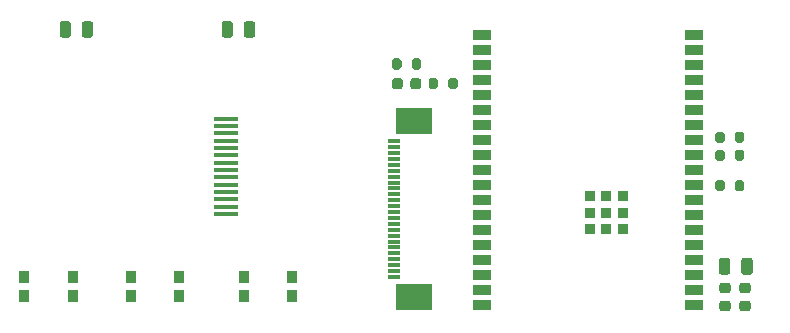
<source format=gbr>
%TF.GenerationSoftware,KiCad,Pcbnew,(5.1.8)-1*%
%TF.CreationDate,2021-06-20T20:47:25+01:00*%
%TF.ProjectId,schem_1,73636865-6d5f-4312-9e6b-696361645f70,rev?*%
%TF.SameCoordinates,Original*%
%TF.FileFunction,Paste,Top*%
%TF.FilePolarity,Positive*%
%FSLAX45Y45*%
G04 Gerber Fmt 4.5, Leading zero omitted, Abs format (unit mm)*
G04 Created by KiCad (PCBNEW (5.1.8)-1) date 2021-06-20 20:47:25*
%MOMM*%
%LPD*%
G01*
G04 APERTURE LIST*
%ADD10R,0.900000X0.900000*%
%ADD11R,1.500000X0.900000*%
%ADD12R,2.000000X0.320000*%
%ADD13R,1.100000X0.300000*%
%ADD14R,3.100000X2.300000*%
%ADD15R,0.900000X1.000000*%
G04 APERTURE END LIST*
D10*
%TO.C,U1*%
X11147688Y-1372526D03*
X11427688Y-1372526D03*
X11287688Y-1372526D03*
X11287688Y-1512526D03*
X11147688Y-1512526D03*
X11427688Y-1512526D03*
X11147688Y-1652526D03*
X11287688Y-1652526D03*
X11427688Y-1652526D03*
D11*
X10234748Y-643246D03*
X10234748Y-770246D03*
X10234748Y-897246D03*
X10234748Y-1024246D03*
X10234748Y-1151246D03*
X10234748Y-1278246D03*
X10234748Y-1405246D03*
X10234748Y-1532246D03*
X10234748Y-1659246D03*
X10234748Y-1786246D03*
X10234748Y-1913246D03*
X10234748Y-2040246D03*
X10234748Y-2167246D03*
X10234748Y-2294246D03*
X10234748Y-516246D03*
X10234748Y-389246D03*
X10234748Y-262246D03*
X10234748Y-135246D03*
X10234748Y-8246D03*
X12035748Y-8246D03*
X12035748Y-135246D03*
X12035748Y-262246D03*
X12035748Y-389246D03*
X12035748Y-516246D03*
X12035748Y-643246D03*
X12035748Y-770246D03*
X12035748Y-897246D03*
X12035748Y-1024246D03*
X12035748Y-1151246D03*
X12035748Y-1278246D03*
X12035748Y-1405246D03*
X12035748Y-1532246D03*
X12035748Y-1659246D03*
X12035748Y-1786246D03*
X12035748Y-1913246D03*
X12035748Y-2040246D03*
X12035748Y-2167246D03*
X12035748Y-2294246D03*
%TD*%
D12*
%TO.C,U7*%
X8069180Y-714300D03*
X8069180Y-900300D03*
X8069180Y-962300D03*
X8069180Y-838300D03*
X8069180Y-776300D03*
X8069180Y-1024300D03*
X8069180Y-1086300D03*
X8069180Y-1148300D03*
X8069180Y-1210300D03*
X8069180Y-1272300D03*
X8069180Y-1334300D03*
X8069180Y-1396300D03*
X8069180Y-1458300D03*
X8069180Y-1520300D03*
%TD*%
D13*
%TO.C,J1*%
X9492548Y-2054846D03*
X9492548Y-2004846D03*
X9492548Y-1954846D03*
X9492548Y-1904846D03*
X9492548Y-1854846D03*
X9492548Y-1804846D03*
X9492548Y-1754846D03*
X9492548Y-1704846D03*
X9492548Y-1654846D03*
X9492548Y-1604846D03*
X9492548Y-1554846D03*
X9492548Y-1504846D03*
X9492548Y-1454846D03*
X9492548Y-1404846D03*
X9492548Y-1354846D03*
X9492548Y-1304846D03*
X9492548Y-1254846D03*
X9492548Y-1204846D03*
X9492548Y-1154846D03*
X9492548Y-1104846D03*
X9492548Y-1054846D03*
X9492548Y-1004846D03*
X9492548Y-954846D03*
X9492548Y-904846D03*
D14*
X9662548Y-2221846D03*
X9662548Y-737846D03*
%TD*%
%TO.C,R27*%
G36*
G01*
X12456698Y-1253286D02*
X12456698Y-1308286D01*
G75*
G02*
X12436698Y-1328286I-20000J0D01*
G01*
X12396698Y-1328286D01*
G75*
G02*
X12376698Y-1308286I0J20000D01*
G01*
X12376698Y-1253286D01*
G75*
G02*
X12396698Y-1233286I20000J0D01*
G01*
X12436698Y-1233286D01*
G75*
G02*
X12456698Y-1253286I0J-20000D01*
G01*
G37*
G36*
G01*
X12291698Y-1253286D02*
X12291698Y-1308286D01*
G75*
G02*
X12271698Y-1328286I-20000J0D01*
G01*
X12231698Y-1328286D01*
G75*
G02*
X12211698Y-1308286I0J20000D01*
G01*
X12211698Y-1253286D01*
G75*
G02*
X12231698Y-1233286I20000J0D01*
G01*
X12271698Y-1233286D01*
G75*
G02*
X12291698Y-1253286I0J-20000D01*
G01*
G37*
%TD*%
%TO.C,R7*%
G36*
G01*
X9784778Y-444686D02*
X9784778Y-389686D01*
G75*
G02*
X9804778Y-369686I20000J0D01*
G01*
X9844778Y-369686D01*
G75*
G02*
X9864778Y-389686I0J-20000D01*
G01*
X9864778Y-444686D01*
G75*
G02*
X9844778Y-464686I-20000J0D01*
G01*
X9804778Y-464686D01*
G75*
G02*
X9784778Y-444686I0J20000D01*
G01*
G37*
G36*
G01*
X9949778Y-444686D02*
X9949778Y-389686D01*
G75*
G02*
X9969778Y-369686I20000J0D01*
G01*
X10009778Y-369686D01*
G75*
G02*
X10029778Y-389686I0J-20000D01*
G01*
X10029778Y-444686D01*
G75*
G02*
X10009778Y-464686I-20000J0D01*
G01*
X9969778Y-464686D01*
G75*
G02*
X9949778Y-444686I0J20000D01*
G01*
G37*
%TD*%
%TO.C,R6*%
G36*
G01*
X9721148Y-223316D02*
X9721148Y-278316D01*
G75*
G02*
X9701148Y-298316I-20000J0D01*
G01*
X9661148Y-298316D01*
G75*
G02*
X9641148Y-278316I0J20000D01*
G01*
X9641148Y-223316D01*
G75*
G02*
X9661148Y-203316I20000J0D01*
G01*
X9701148Y-203316D01*
G75*
G02*
X9721148Y-223316I0J-20000D01*
G01*
G37*
G36*
G01*
X9556148Y-223316D02*
X9556148Y-278316D01*
G75*
G02*
X9536148Y-298316I-20000J0D01*
G01*
X9496148Y-298316D01*
G75*
G02*
X9476148Y-278316I0J20000D01*
G01*
X9476148Y-223316D01*
G75*
G02*
X9496148Y-203316I20000J0D01*
G01*
X9536148Y-203316D01*
G75*
G02*
X9556148Y-223316I0J-20000D01*
G01*
G37*
%TD*%
%TO.C,R3*%
G36*
G01*
X12211698Y-1051746D02*
X12211698Y-996746D01*
G75*
G02*
X12231698Y-976746I20000J0D01*
G01*
X12271698Y-976746D01*
G75*
G02*
X12291698Y-996746I0J-20000D01*
G01*
X12291698Y-1051746D01*
G75*
G02*
X12271698Y-1071746I-20000J0D01*
G01*
X12231698Y-1071746D01*
G75*
G02*
X12211698Y-1051746I0J20000D01*
G01*
G37*
G36*
G01*
X12376698Y-1051746D02*
X12376698Y-996746D01*
G75*
G02*
X12396698Y-976746I20000J0D01*
G01*
X12436698Y-976746D01*
G75*
G02*
X12456698Y-996746I0J-20000D01*
G01*
X12456698Y-1051746D01*
G75*
G02*
X12436698Y-1071746I-20000J0D01*
G01*
X12396698Y-1071746D01*
G75*
G02*
X12376698Y-1051746I0J20000D01*
G01*
G37*
%TD*%
%TO.C,R1*%
G36*
G01*
X12211648Y-899346D02*
X12211648Y-844346D01*
G75*
G02*
X12231648Y-824346I20000J0D01*
G01*
X12271648Y-824346D01*
G75*
G02*
X12291648Y-844346I0J-20000D01*
G01*
X12291648Y-899346D01*
G75*
G02*
X12271648Y-919346I-20000J0D01*
G01*
X12231648Y-919346D01*
G75*
G02*
X12211648Y-899346I0J20000D01*
G01*
G37*
G36*
G01*
X12376648Y-899346D02*
X12376648Y-844346D01*
G75*
G02*
X12396648Y-824346I20000J0D01*
G01*
X12436648Y-824346D01*
G75*
G02*
X12456648Y-844346I0J-20000D01*
G01*
X12456648Y-899346D01*
G75*
G02*
X12436648Y-919346I-20000J0D01*
G01*
X12396648Y-919346D01*
G75*
G02*
X12376648Y-899346I0J20000D01*
G01*
G37*
%TD*%
%TO.C,D4*%
G36*
G01*
X8031980Y-3835D02*
X8031980Y87415D01*
G75*
G02*
X8056355Y111790I24375J0D01*
G01*
X8105105Y111790D01*
G75*
G02*
X8129480Y87415I0J-24375D01*
G01*
X8129480Y-3835D01*
G75*
G02*
X8105105Y-28210I-24375J0D01*
G01*
X8056355Y-28210D01*
G75*
G02*
X8031980Y-3835I0J24375D01*
G01*
G37*
G36*
G01*
X8219480Y-3835D02*
X8219480Y87415D01*
G75*
G02*
X8243855Y111790I24375J0D01*
G01*
X8292605Y111790D01*
G75*
G02*
X8316980Y87415I0J-24375D01*
G01*
X8316980Y-3835D01*
G75*
G02*
X8292605Y-28210I-24375J0D01*
G01*
X8243855Y-28210D01*
G75*
G02*
X8219480Y-3835I0J24375D01*
G01*
G37*
%TD*%
%TO.C,D3*%
G36*
G01*
X6660070Y-3835D02*
X6660070Y87415D01*
G75*
G02*
X6684445Y111790I24375J0D01*
G01*
X6733195Y111790D01*
G75*
G02*
X6757570Y87415I0J-24375D01*
G01*
X6757570Y-3835D01*
G75*
G02*
X6733195Y-28210I-24375J0D01*
G01*
X6684445Y-28210D01*
G75*
G02*
X6660070Y-3835I0J24375D01*
G01*
G37*
G36*
G01*
X6847570Y-3835D02*
X6847570Y87415D01*
G75*
G02*
X6871945Y111790I24375J0D01*
G01*
X6920695Y111790D01*
G75*
G02*
X6945070Y87415I0J-24375D01*
G01*
X6945070Y-3835D01*
G75*
G02*
X6920695Y-28210I-24375J0D01*
G01*
X6871945Y-28210D01*
G75*
G02*
X6847570Y-3835I0J24375D01*
G01*
G37*
%TD*%
%TO.C,C26*%
G36*
G01*
X12438873Y-2101646D02*
X12488873Y-2101646D01*
G75*
G02*
X12511373Y-2124146I0J-22500D01*
G01*
X12511373Y-2169146D01*
G75*
G02*
X12488873Y-2191646I-22500J0D01*
G01*
X12438873Y-2191646D01*
G75*
G02*
X12416373Y-2169146I0J22500D01*
G01*
X12416373Y-2124146D01*
G75*
G02*
X12438873Y-2101646I22500J0D01*
G01*
G37*
G36*
G01*
X12438873Y-2256646D02*
X12488873Y-2256646D01*
G75*
G02*
X12511373Y-2279146I0J-22500D01*
G01*
X12511373Y-2324146D01*
G75*
G02*
X12488873Y-2346646I-22500J0D01*
G01*
X12438873Y-2346646D01*
G75*
G02*
X12416373Y-2324146I0J22500D01*
G01*
X12416373Y-2279146D01*
G75*
G02*
X12438873Y-2256646I22500J0D01*
G01*
G37*
%TD*%
%TO.C,C25*%
G36*
G01*
X12269698Y-2101646D02*
X12319698Y-2101646D01*
G75*
G02*
X12342198Y-2124146I0J-22500D01*
G01*
X12342198Y-2169146D01*
G75*
G02*
X12319698Y-2191646I-22500J0D01*
G01*
X12269698Y-2191646D01*
G75*
G02*
X12247198Y-2169146I0J22500D01*
G01*
X12247198Y-2124146D01*
G75*
G02*
X12269698Y-2101646I22500J0D01*
G01*
G37*
G36*
G01*
X12269698Y-2256646D02*
X12319698Y-2256646D01*
G75*
G02*
X12342198Y-2279146I0J-22500D01*
G01*
X12342198Y-2324146D01*
G75*
G02*
X12319698Y-2346646I-22500J0D01*
G01*
X12269698Y-2346646D01*
G75*
G02*
X12247198Y-2324146I0J22500D01*
G01*
X12247198Y-2279146D01*
G75*
G02*
X12269698Y-2256646I22500J0D01*
G01*
G37*
%TD*%
%TO.C,C5*%
G36*
G01*
X9721088Y-393456D02*
X9721088Y-443456D01*
G75*
G02*
X9698588Y-465956I-22500J0D01*
G01*
X9653588Y-465956D01*
G75*
G02*
X9631088Y-443456I0J22500D01*
G01*
X9631088Y-393456D01*
G75*
G02*
X9653588Y-370956I22500J0D01*
G01*
X9698588Y-370956D01*
G75*
G02*
X9721088Y-393456I0J-22500D01*
G01*
G37*
G36*
G01*
X9566088Y-393456D02*
X9566088Y-443456D01*
G75*
G02*
X9543588Y-465956I-22500J0D01*
G01*
X9498588Y-465956D01*
G75*
G02*
X9476088Y-443456I0J22500D01*
G01*
X9476088Y-393456D01*
G75*
G02*
X9498588Y-370956I22500J0D01*
G01*
X9543588Y-370956D01*
G75*
G02*
X9566088Y-393456I0J-22500D01*
G01*
G37*
%TD*%
%TO.C,C1*%
G36*
G01*
X12240248Y-2011546D02*
X12240248Y-1916546D01*
G75*
G02*
X12265248Y-1891546I25000J0D01*
G01*
X12315248Y-1891546D01*
G75*
G02*
X12340248Y-1916546I0J-25000D01*
G01*
X12340248Y-2011546D01*
G75*
G02*
X12315248Y-2036546I-25000J0D01*
G01*
X12265248Y-2036546D01*
G75*
G02*
X12240248Y-2011546I0J25000D01*
G01*
G37*
G36*
G01*
X12430248Y-2011546D02*
X12430248Y-1916546D01*
G75*
G02*
X12455248Y-1891546I25000J0D01*
G01*
X12505248Y-1891546D01*
G75*
G02*
X12530248Y-1916546I0J-25000D01*
G01*
X12530248Y-2011546D01*
G75*
G02*
X12505248Y-2036546I-25000J0D01*
G01*
X12455248Y-2036546D01*
G75*
G02*
X12430248Y-2011546I0J25000D01*
G01*
G37*
%TD*%
D15*
%TO.C,SW4*%
X6770352Y-2052662D03*
X6360352Y-2052662D03*
X6360352Y-2215762D03*
X6770352Y-2215762D03*
%TD*%
%TO.C,SW5*%
X8628042Y-2052662D03*
X8218042Y-2052662D03*
X8218042Y-2215762D03*
X8628042Y-2215762D03*
%TD*%
%TO.C,SW6*%
X7675517Y-2215762D03*
X7265517Y-2215762D03*
X7265517Y-2052662D03*
X7675517Y-2052662D03*
%TD*%
M02*

</source>
